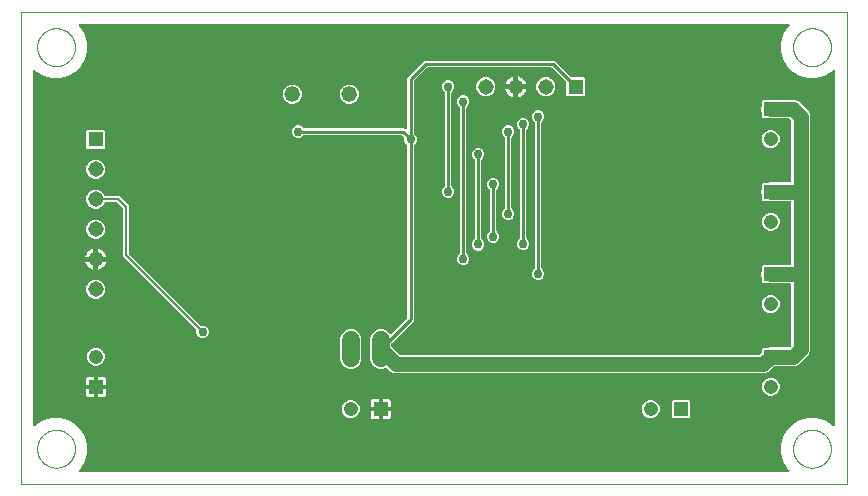
<source format=gbl>
G04 EAGLE Gerber RS-274X export*
G75*
%MOMM*%
%FSLAX34Y34*%
%LPD*%
%INBottom layer*%
%IPPOS*%
%AMOC8*
5,1,8,0,0,1.08239X$1,22.5*%
G01*
%ADD10C,0.000000*%
%ADD11R,1.208000X1.208000*%
%ADD12C,1.208000*%
%ADD13C,1.308000*%
%ADD14R,1.308000X1.308000*%
%ADD15C,1.320800*%
%ADD16C,1.524000*%
%ADD17C,0.756400*%
%ADD18C,0.254000*%
%ADD19C,1.270000*%
%ADD20C,0.203200*%

G36*
X649916Y10178D02*
X649916Y10178D01*
X650055Y10191D01*
X650074Y10198D01*
X650094Y10201D01*
X650223Y10252D01*
X650354Y10299D01*
X650371Y10310D01*
X650389Y10318D01*
X650502Y10399D01*
X650617Y10477D01*
X650630Y10493D01*
X650647Y10504D01*
X650736Y10612D01*
X650827Y10716D01*
X650837Y10734D01*
X650850Y10749D01*
X650909Y10875D01*
X650972Y10999D01*
X650976Y11019D01*
X650985Y11037D01*
X651011Y11174D01*
X651042Y11309D01*
X651041Y11330D01*
X651045Y11349D01*
X651036Y11488D01*
X651032Y11627D01*
X651026Y11647D01*
X651025Y11667D01*
X650982Y11799D01*
X650944Y11933D01*
X650933Y11950D01*
X650927Y11969D01*
X650852Y12087D01*
X650782Y12207D01*
X650764Y12228D01*
X650757Y12238D01*
X650742Y12252D01*
X650676Y12327D01*
X649066Y13937D01*
X645622Y19902D01*
X643839Y26556D01*
X643839Y33444D01*
X645622Y40098D01*
X649066Y46063D01*
X653937Y50934D01*
X659902Y54378D01*
X666556Y56161D01*
X673444Y56161D01*
X680098Y54378D01*
X686063Y50934D01*
X687673Y49324D01*
X687782Y49239D01*
X687889Y49150D01*
X687908Y49142D01*
X687924Y49129D01*
X688052Y49074D01*
X688177Y49015D01*
X688197Y49011D01*
X688216Y49003D01*
X688354Y48981D01*
X688490Y48955D01*
X688510Y48956D01*
X688530Y48953D01*
X688669Y48966D01*
X688807Y48975D01*
X688826Y48981D01*
X688846Y48983D01*
X688978Y49030D01*
X689109Y49073D01*
X689127Y49084D01*
X689146Y49091D01*
X689261Y49169D01*
X689378Y49243D01*
X689392Y49258D01*
X689409Y49269D01*
X689501Y49373D01*
X689596Y49475D01*
X689606Y49492D01*
X689619Y49508D01*
X689683Y49632D01*
X689750Y49753D01*
X689755Y49773D01*
X689764Y49791D01*
X689794Y49927D01*
X689829Y50061D01*
X689831Y50089D01*
X689834Y50101D01*
X689833Y50122D01*
X689839Y50222D01*
X689839Y349778D01*
X689822Y349916D01*
X689809Y350055D01*
X689802Y350074D01*
X689799Y350094D01*
X689748Y350223D01*
X689701Y350354D01*
X689690Y350371D01*
X689682Y350389D01*
X689601Y350502D01*
X689523Y350617D01*
X689507Y350630D01*
X689496Y350647D01*
X689388Y350736D01*
X689284Y350827D01*
X689266Y350837D01*
X689251Y350850D01*
X689125Y350909D01*
X689001Y350972D01*
X688981Y350976D01*
X688963Y350985D01*
X688826Y351011D01*
X688691Y351042D01*
X688670Y351041D01*
X688651Y351045D01*
X688512Y351036D01*
X688373Y351032D01*
X688353Y351026D01*
X688333Y351025D01*
X688201Y350982D01*
X688067Y350944D01*
X688050Y350933D01*
X688031Y350927D01*
X687913Y350852D01*
X687793Y350782D01*
X687772Y350764D01*
X687762Y350757D01*
X687748Y350742D01*
X687673Y350676D01*
X686063Y349066D01*
X680098Y345622D01*
X673444Y343839D01*
X666556Y343839D01*
X659902Y345622D01*
X653937Y349066D01*
X649066Y353937D01*
X645622Y359902D01*
X643839Y366556D01*
X643839Y373444D01*
X645622Y380098D01*
X649066Y386063D01*
X650676Y387673D01*
X650761Y387782D01*
X650850Y387889D01*
X650858Y387908D01*
X650871Y387924D01*
X650926Y388052D01*
X650985Y388177D01*
X650989Y388197D01*
X650997Y388216D01*
X651019Y388354D01*
X651045Y388490D01*
X651044Y388510D01*
X651047Y388530D01*
X651034Y388669D01*
X651025Y388807D01*
X651019Y388826D01*
X651017Y388846D01*
X650970Y388978D01*
X650927Y389109D01*
X650916Y389127D01*
X650909Y389146D01*
X650831Y389261D01*
X650757Y389378D01*
X650742Y389392D01*
X650731Y389409D01*
X650627Y389501D01*
X650525Y389596D01*
X650508Y389606D01*
X650492Y389619D01*
X650368Y389683D01*
X650247Y389750D01*
X650227Y389755D01*
X650209Y389764D01*
X650073Y389794D01*
X649939Y389829D01*
X649911Y389831D01*
X649899Y389834D01*
X649878Y389833D01*
X649778Y389839D01*
X50222Y389839D01*
X50084Y389822D01*
X49945Y389809D01*
X49926Y389802D01*
X49906Y389799D01*
X49777Y389748D01*
X49646Y389701D01*
X49629Y389690D01*
X49611Y389682D01*
X49498Y389601D01*
X49383Y389523D01*
X49370Y389507D01*
X49353Y389496D01*
X49264Y389388D01*
X49173Y389284D01*
X49163Y389266D01*
X49150Y389251D01*
X49091Y389125D01*
X49028Y389001D01*
X49024Y388981D01*
X49015Y388963D01*
X48989Y388826D01*
X48958Y388691D01*
X48959Y388670D01*
X48955Y388651D01*
X48964Y388512D01*
X48968Y388373D01*
X48974Y388353D01*
X48975Y388333D01*
X49018Y388201D01*
X49056Y388067D01*
X49067Y388050D01*
X49073Y388031D01*
X49148Y387913D01*
X49218Y387793D01*
X49236Y387772D01*
X49243Y387762D01*
X49258Y387748D01*
X49324Y387673D01*
X50934Y386063D01*
X54378Y380098D01*
X56161Y373444D01*
X56161Y366556D01*
X54378Y359902D01*
X50934Y353937D01*
X46063Y349066D01*
X40098Y345622D01*
X33444Y343839D01*
X26556Y343839D01*
X19902Y345622D01*
X13937Y349066D01*
X12327Y350676D01*
X12218Y350761D01*
X12111Y350850D01*
X12092Y350858D01*
X12076Y350871D01*
X11948Y350926D01*
X11823Y350985D01*
X11803Y350989D01*
X11784Y350997D01*
X11646Y351019D01*
X11510Y351045D01*
X11490Y351044D01*
X11470Y351047D01*
X11331Y351034D01*
X11193Y351025D01*
X11174Y351019D01*
X11154Y351017D01*
X11022Y350970D01*
X10891Y350927D01*
X10873Y350916D01*
X10854Y350909D01*
X10739Y350831D01*
X10622Y350757D01*
X10608Y350742D01*
X10591Y350731D01*
X10499Y350627D01*
X10404Y350525D01*
X10394Y350508D01*
X10381Y350492D01*
X10317Y350368D01*
X10250Y350247D01*
X10245Y350227D01*
X10236Y350209D01*
X10206Y350073D01*
X10171Y349939D01*
X10169Y349911D01*
X10166Y349899D01*
X10167Y349878D01*
X10161Y349778D01*
X10161Y50222D01*
X10178Y50084D01*
X10191Y49945D01*
X10198Y49926D01*
X10201Y49906D01*
X10252Y49777D01*
X10299Y49646D01*
X10310Y49629D01*
X10318Y49611D01*
X10399Y49498D01*
X10477Y49383D01*
X10493Y49370D01*
X10504Y49353D01*
X10612Y49264D01*
X10716Y49173D01*
X10734Y49163D01*
X10749Y49150D01*
X10875Y49091D01*
X10999Y49028D01*
X11019Y49024D01*
X11037Y49015D01*
X11174Y48989D01*
X11309Y48958D01*
X11330Y48959D01*
X11349Y48955D01*
X11488Y48964D01*
X11627Y48968D01*
X11647Y48974D01*
X11667Y48975D01*
X11799Y49018D01*
X11933Y49056D01*
X11950Y49067D01*
X11969Y49073D01*
X12087Y49148D01*
X12207Y49218D01*
X12228Y49236D01*
X12238Y49243D01*
X12252Y49258D01*
X12327Y49324D01*
X13937Y50934D01*
X19902Y54378D01*
X26556Y56161D01*
X33444Y56161D01*
X40098Y54378D01*
X46063Y50934D01*
X50934Y46063D01*
X54378Y40098D01*
X56161Y33444D01*
X56161Y26556D01*
X54378Y19902D01*
X50934Y13937D01*
X49324Y12327D01*
X49239Y12218D01*
X49150Y12111D01*
X49142Y12092D01*
X49129Y12076D01*
X49074Y11948D01*
X49015Y11823D01*
X49011Y11803D01*
X49003Y11784D01*
X48981Y11646D01*
X48955Y11510D01*
X48956Y11490D01*
X48953Y11470D01*
X48966Y11331D01*
X48975Y11193D01*
X48981Y11174D01*
X48983Y11154D01*
X49030Y11022D01*
X49073Y10891D01*
X49084Y10873D01*
X49091Y10854D01*
X49169Y10739D01*
X49243Y10622D01*
X49258Y10608D01*
X49269Y10591D01*
X49373Y10499D01*
X49475Y10404D01*
X49492Y10394D01*
X49508Y10381D01*
X49632Y10317D01*
X49753Y10250D01*
X49773Y10245D01*
X49791Y10236D01*
X49927Y10206D01*
X50061Y10171D01*
X50089Y10169D01*
X50101Y10166D01*
X50122Y10167D01*
X50222Y10161D01*
X649778Y10161D01*
X649916Y10178D01*
G37*
%LPC*%
G36*
X315934Y93725D02*
X315934Y93725D01*
X313039Y94924D01*
X309912Y98051D01*
X309889Y98069D01*
X309870Y98092D01*
X309764Y98166D01*
X309661Y98246D01*
X309634Y98258D01*
X309610Y98275D01*
X309488Y98321D01*
X309369Y98373D01*
X309340Y98377D01*
X309312Y98388D01*
X309183Y98402D01*
X309055Y98422D01*
X309026Y98420D01*
X308996Y98423D01*
X308868Y98405D01*
X308738Y98393D01*
X308711Y98383D01*
X308681Y98378D01*
X308529Y98326D01*
X306619Y97535D01*
X302981Y97535D01*
X299620Y98927D01*
X297047Y101500D01*
X295655Y104861D01*
X295655Y123739D01*
X297047Y127100D01*
X299620Y129673D01*
X302981Y131065D01*
X306619Y131065D01*
X309980Y129673D01*
X312203Y127450D01*
X312297Y127377D01*
X312386Y127298D01*
X312422Y127280D01*
X312454Y127255D01*
X312563Y127208D01*
X312669Y127154D01*
X312709Y127145D01*
X312746Y127129D01*
X312863Y127110D01*
X312979Y127084D01*
X313020Y127085D01*
X313060Y127079D01*
X313178Y127090D01*
X313297Y127094D01*
X313336Y127105D01*
X313376Y127109D01*
X313489Y127149D01*
X313603Y127182D01*
X313638Y127203D01*
X313676Y127216D01*
X313774Y127283D01*
X313877Y127344D01*
X313922Y127383D01*
X313939Y127395D01*
X313952Y127410D01*
X313998Y127450D01*
X327034Y140486D01*
X327094Y140564D01*
X327162Y140636D01*
X327191Y140689D01*
X327228Y140737D01*
X327268Y140828D01*
X327316Y140915D01*
X327331Y140973D01*
X327355Y141029D01*
X327370Y141127D01*
X327395Y141223D01*
X327401Y141323D01*
X327405Y141343D01*
X327403Y141355D01*
X327405Y141383D01*
X327405Y286638D01*
X327393Y286736D01*
X327390Y286835D01*
X327373Y286894D01*
X327365Y286954D01*
X327329Y287046D01*
X327301Y287141D01*
X327271Y287193D01*
X327248Y287249D01*
X327190Y287329D01*
X327140Y287415D01*
X327074Y287490D01*
X327062Y287507D01*
X327052Y287514D01*
X327034Y287536D01*
X325701Y288868D01*
X324893Y290818D01*
X324893Y292703D01*
X324881Y292801D01*
X324878Y292900D01*
X324861Y292958D01*
X324853Y293018D01*
X324817Y293110D01*
X324789Y293205D01*
X324759Y293258D01*
X324736Y293314D01*
X324678Y293394D01*
X324628Y293479D01*
X324562Y293555D01*
X324550Y293571D01*
X324540Y293579D01*
X324522Y293600D01*
X322838Y295284D01*
X322760Y295344D01*
X322688Y295412D01*
X322635Y295441D01*
X322587Y295478D01*
X322496Y295518D01*
X322409Y295566D01*
X322351Y295581D01*
X322295Y295605D01*
X322197Y295620D01*
X322101Y295645D01*
X322001Y295651D01*
X321981Y295655D01*
X321969Y295653D01*
X321941Y295655D01*
X240186Y295655D01*
X240088Y295643D01*
X239989Y295640D01*
X239930Y295623D01*
X239870Y295615D01*
X239778Y295579D01*
X239683Y295551D01*
X239631Y295521D01*
X239575Y295498D01*
X239495Y295440D01*
X239409Y295390D01*
X239334Y295324D01*
X239317Y295312D01*
X239310Y295302D01*
X239288Y295284D01*
X237956Y293951D01*
X236006Y293143D01*
X233894Y293143D01*
X231944Y293951D01*
X230451Y295444D01*
X229643Y297394D01*
X229643Y299506D01*
X230451Y301456D01*
X231944Y302949D01*
X233894Y303757D01*
X236006Y303757D01*
X237956Y302949D01*
X239288Y301616D01*
X239367Y301556D01*
X239439Y301488D01*
X239492Y301459D01*
X239540Y301422D01*
X239631Y301382D01*
X239717Y301334D01*
X239776Y301319D01*
X239832Y301295D01*
X239929Y301280D01*
X240025Y301255D01*
X240125Y301249D01*
X240146Y301245D01*
X240158Y301247D01*
X240186Y301245D01*
X324782Y301245D01*
X325239Y300788D01*
X325348Y300703D01*
X325455Y300614D01*
X325474Y300605D01*
X325490Y300593D01*
X325618Y300538D01*
X325743Y300478D01*
X325763Y300475D01*
X325782Y300467D01*
X325920Y300445D01*
X326056Y300419D01*
X326076Y300420D01*
X326096Y300417D01*
X326235Y300430D01*
X326373Y300438D01*
X326392Y300445D01*
X326412Y300446D01*
X326543Y300494D01*
X326675Y300536D01*
X326693Y300547D01*
X326712Y300554D01*
X326826Y300632D01*
X326944Y300707D01*
X326958Y300721D01*
X326975Y300733D01*
X327067Y300837D01*
X327162Y300938D01*
X327172Y300956D01*
X327185Y300971D01*
X327248Y301095D01*
X327316Y301217D01*
X327321Y301236D01*
X327330Y301254D01*
X327360Y301390D01*
X327395Y301525D01*
X327397Y301553D01*
X327400Y301565D01*
X327399Y301585D01*
X327405Y301685D01*
X327405Y344058D01*
X341742Y358395D01*
X452008Y358395D01*
X465416Y344986D01*
X465494Y344926D01*
X465566Y344858D01*
X465619Y344829D01*
X465667Y344792D01*
X465758Y344752D01*
X465845Y344704D01*
X465903Y344689D01*
X465959Y344665D01*
X466057Y344650D01*
X466153Y344625D01*
X466253Y344619D01*
X466273Y344615D01*
X466285Y344617D01*
X466313Y344615D01*
X477072Y344615D01*
X477965Y343722D01*
X477965Y329378D01*
X477072Y328485D01*
X462728Y328485D01*
X461835Y329378D01*
X461835Y340137D01*
X461823Y340235D01*
X461820Y340334D01*
X461803Y340392D01*
X461795Y340452D01*
X461759Y340544D01*
X461731Y340639D01*
X461701Y340692D01*
X461678Y340748D01*
X461620Y340828D01*
X461570Y340913D01*
X461504Y340989D01*
X461492Y341005D01*
X461482Y341013D01*
X461464Y341034D01*
X450064Y352434D01*
X449986Y352494D01*
X449914Y352562D01*
X449861Y352591D01*
X449813Y352628D01*
X449722Y352668D01*
X449635Y352716D01*
X449577Y352731D01*
X449521Y352755D01*
X449423Y352770D01*
X449327Y352795D01*
X449227Y352801D01*
X449207Y352805D01*
X449195Y352803D01*
X449167Y352805D01*
X344583Y352805D01*
X344485Y352793D01*
X344386Y352790D01*
X344328Y352773D01*
X344268Y352765D01*
X344176Y352729D01*
X344081Y352701D01*
X344028Y352671D01*
X343972Y352648D01*
X343892Y352590D01*
X343807Y352540D01*
X343731Y352474D01*
X343715Y352462D01*
X343707Y352452D01*
X343686Y352434D01*
X333366Y342114D01*
X333306Y342036D01*
X333238Y341964D01*
X333209Y341911D01*
X333172Y341863D01*
X333132Y341772D01*
X333084Y341685D01*
X333069Y341627D01*
X333045Y341571D01*
X333030Y341473D01*
X333005Y341377D01*
X332999Y341277D01*
X332995Y341257D01*
X332997Y341245D01*
X332995Y341217D01*
X332995Y297110D01*
X333007Y297012D01*
X333010Y296913D01*
X333027Y296854D01*
X333035Y296794D01*
X333071Y296702D01*
X333099Y296607D01*
X333129Y296555D01*
X333152Y296499D01*
X333210Y296419D01*
X333260Y296333D01*
X333326Y296258D01*
X333338Y296241D01*
X333348Y296234D01*
X333366Y296212D01*
X334699Y294880D01*
X335507Y292930D01*
X335507Y290818D01*
X334699Y288868D01*
X333366Y287536D01*
X333306Y287457D01*
X333238Y287385D01*
X333209Y287332D01*
X333172Y287284D01*
X333132Y287193D01*
X333084Y287107D01*
X333069Y287048D01*
X333045Y286992D01*
X333030Y286895D01*
X333005Y286799D01*
X332999Y286699D01*
X332995Y286678D01*
X332997Y286666D01*
X332995Y286638D01*
X332995Y138542D01*
X314316Y119864D01*
X314256Y119786D01*
X314188Y119714D01*
X314159Y119661D01*
X314122Y119613D01*
X314082Y119522D01*
X314034Y119435D01*
X314019Y119377D01*
X313995Y119321D01*
X313980Y119223D01*
X313955Y119127D01*
X313949Y119027D01*
X313945Y119007D01*
X313947Y118995D01*
X313945Y118967D01*
X313945Y116818D01*
X313957Y116719D01*
X313960Y116620D01*
X313977Y116562D01*
X313985Y116502D01*
X314021Y116410D01*
X314049Y116315D01*
X314079Y116263D01*
X314102Y116206D01*
X314160Y116126D01*
X314210Y116041D01*
X314276Y115966D01*
X314288Y115949D01*
X314298Y115941D01*
X314316Y115920D01*
X320390Y109846D01*
X320468Y109786D01*
X320540Y109718D01*
X320593Y109689D01*
X320641Y109652D01*
X320732Y109612D01*
X320819Y109564D01*
X320878Y109549D01*
X320933Y109525D01*
X321031Y109510D01*
X321127Y109485D01*
X321227Y109479D01*
X321247Y109475D01*
X321260Y109477D01*
X321288Y109475D01*
X624862Y109475D01*
X624961Y109487D01*
X625060Y109490D01*
X625118Y109507D01*
X625178Y109515D01*
X625270Y109551D01*
X625365Y109579D01*
X625417Y109609D01*
X625474Y109632D01*
X625554Y109690D01*
X625639Y109740D01*
X625714Y109806D01*
X625731Y109818D01*
X625739Y109828D01*
X625760Y109846D01*
X627064Y111150D01*
X627124Y111228D01*
X627192Y111300D01*
X627221Y111353D01*
X627258Y111401D01*
X627298Y111492D01*
X627346Y111579D01*
X627361Y111638D01*
X627385Y111693D01*
X627400Y111791D01*
X627425Y111887D01*
X627431Y111987D01*
X627435Y112007D01*
X627433Y112020D01*
X627435Y112048D01*
X627435Y114622D01*
X628328Y115515D01*
X632433Y115515D01*
X632442Y115516D01*
X632451Y115515D01*
X632600Y115536D01*
X632748Y115555D01*
X632757Y115558D01*
X632766Y115559D01*
X632918Y115611D01*
X633434Y115825D01*
X650262Y115825D01*
X650361Y115837D01*
X650460Y115840D01*
X650518Y115857D01*
X650578Y115865D01*
X650670Y115901D01*
X650765Y115929D01*
X650817Y115959D01*
X650874Y115982D01*
X650954Y116040D01*
X651039Y116090D01*
X651114Y116156D01*
X651131Y116168D01*
X651139Y116178D01*
X651160Y116196D01*
X652154Y117190D01*
X652214Y117268D01*
X652282Y117340D01*
X652311Y117393D01*
X652348Y117441D01*
X652388Y117532D01*
X652436Y117619D01*
X652451Y117678D01*
X652475Y117733D01*
X652490Y117831D01*
X652515Y117927D01*
X652521Y118027D01*
X652525Y118047D01*
X652523Y118060D01*
X652525Y118088D01*
X652525Y168656D01*
X652510Y168774D01*
X652503Y168893D01*
X652490Y168931D01*
X652485Y168972D01*
X652442Y169082D01*
X652405Y169195D01*
X652383Y169230D01*
X652368Y169267D01*
X652299Y169363D01*
X652235Y169464D01*
X652205Y169492D01*
X652182Y169525D01*
X652090Y169601D01*
X652003Y169682D01*
X651968Y169702D01*
X651937Y169727D01*
X651829Y169778D01*
X651725Y169836D01*
X651685Y169846D01*
X651649Y169863D01*
X651532Y169885D01*
X651417Y169915D01*
X651357Y169919D01*
X651337Y169923D01*
X651316Y169921D01*
X651256Y169925D01*
X633434Y169925D01*
X632919Y170139D01*
X632910Y170141D01*
X632901Y170146D01*
X632757Y170183D01*
X632612Y170223D01*
X632602Y170223D01*
X632593Y170225D01*
X632433Y170235D01*
X628328Y170235D01*
X627435Y171128D01*
X627435Y175233D01*
X627434Y175242D01*
X627435Y175251D01*
X627414Y175400D01*
X627395Y175548D01*
X627392Y175557D01*
X627391Y175566D01*
X627339Y175719D01*
X627125Y176234D01*
X627125Y179366D01*
X627339Y179881D01*
X627341Y179890D01*
X627346Y179899D01*
X627383Y180043D01*
X627423Y180188D01*
X627423Y180198D01*
X627425Y180207D01*
X627435Y180367D01*
X627435Y184472D01*
X628328Y185365D01*
X632433Y185365D01*
X632442Y185366D01*
X632451Y185365D01*
X632600Y185386D01*
X632748Y185405D01*
X632757Y185408D01*
X632766Y185409D01*
X632919Y185461D01*
X633434Y185675D01*
X651256Y185675D01*
X651374Y185690D01*
X651493Y185697D01*
X651531Y185710D01*
X651572Y185715D01*
X651682Y185758D01*
X651795Y185795D01*
X651830Y185817D01*
X651867Y185832D01*
X651963Y185901D01*
X652064Y185965D01*
X652092Y185995D01*
X652125Y186018D01*
X652201Y186110D01*
X652282Y186197D01*
X652302Y186232D01*
X652327Y186263D01*
X652378Y186371D01*
X652436Y186475D01*
X652446Y186515D01*
X652463Y186551D01*
X652485Y186668D01*
X652515Y186783D01*
X652519Y186843D01*
X652523Y186863D01*
X652521Y186884D01*
X652525Y186944D01*
X652525Y238506D01*
X652510Y238624D01*
X652503Y238743D01*
X652490Y238781D01*
X652485Y238822D01*
X652442Y238932D01*
X652405Y239045D01*
X652383Y239080D01*
X652368Y239117D01*
X652299Y239213D01*
X652235Y239314D01*
X652205Y239342D01*
X652182Y239375D01*
X652090Y239451D01*
X652003Y239532D01*
X651968Y239552D01*
X651937Y239577D01*
X651829Y239628D01*
X651725Y239686D01*
X651685Y239696D01*
X651649Y239713D01*
X651532Y239735D01*
X651417Y239765D01*
X651357Y239769D01*
X651337Y239773D01*
X651316Y239771D01*
X651256Y239775D01*
X633434Y239775D01*
X632918Y239989D01*
X632910Y239991D01*
X632901Y239996D01*
X632756Y240033D01*
X632612Y240073D01*
X632602Y240073D01*
X632593Y240075D01*
X632433Y240085D01*
X628328Y240085D01*
X627435Y240978D01*
X627435Y245083D01*
X627434Y245092D01*
X627435Y245101D01*
X627414Y245250D01*
X627395Y245398D01*
X627392Y245407D01*
X627391Y245416D01*
X627339Y245568D01*
X627125Y246084D01*
X627125Y249216D01*
X627339Y249732D01*
X627341Y249740D01*
X627346Y249749D01*
X627383Y249894D01*
X627423Y250038D01*
X627423Y250048D01*
X627425Y250057D01*
X627435Y250217D01*
X627435Y254322D01*
X628328Y255215D01*
X632433Y255215D01*
X632442Y255216D01*
X632451Y255215D01*
X632600Y255236D01*
X632748Y255255D01*
X632757Y255258D01*
X632766Y255259D01*
X632918Y255311D01*
X633434Y255525D01*
X651256Y255525D01*
X651374Y255540D01*
X651493Y255547D01*
X651531Y255560D01*
X651572Y255565D01*
X651682Y255608D01*
X651795Y255645D01*
X651830Y255667D01*
X651867Y255682D01*
X651963Y255751D01*
X652064Y255815D01*
X652092Y255845D01*
X652125Y255868D01*
X652201Y255960D01*
X652282Y256047D01*
X652302Y256082D01*
X652327Y256113D01*
X652378Y256221D01*
X652436Y256325D01*
X652446Y256365D01*
X652463Y256401D01*
X652485Y256518D01*
X652515Y256633D01*
X652519Y256693D01*
X652523Y256713D01*
X652521Y256734D01*
X652525Y256794D01*
X652525Y307362D01*
X652513Y307461D01*
X652510Y307560D01*
X652493Y307618D01*
X652485Y307678D01*
X652449Y307770D01*
X652421Y307865D01*
X652391Y307917D01*
X652368Y307974D01*
X652310Y308054D01*
X652260Y308139D01*
X652194Y308214D01*
X652182Y308231D01*
X652172Y308239D01*
X652154Y308260D01*
X651160Y309254D01*
X651082Y309314D01*
X651010Y309382D01*
X650957Y309411D01*
X650909Y309448D01*
X650818Y309488D01*
X650731Y309536D01*
X650672Y309551D01*
X650617Y309575D01*
X650519Y309590D01*
X650423Y309615D01*
X650323Y309621D01*
X650303Y309625D01*
X650290Y309623D01*
X650262Y309625D01*
X633434Y309625D01*
X632918Y309839D01*
X632910Y309841D01*
X632901Y309846D01*
X632756Y309883D01*
X632612Y309923D01*
X632602Y309923D01*
X632593Y309925D01*
X632433Y309935D01*
X628328Y309935D01*
X627435Y310828D01*
X627435Y314933D01*
X627434Y314942D01*
X627435Y314951D01*
X627414Y315100D01*
X627395Y315248D01*
X627392Y315257D01*
X627391Y315266D01*
X627339Y315418D01*
X627125Y315934D01*
X627125Y319066D01*
X627339Y319582D01*
X627341Y319590D01*
X627346Y319599D01*
X627383Y319744D01*
X627423Y319888D01*
X627423Y319898D01*
X627425Y319907D01*
X627435Y320067D01*
X627435Y324172D01*
X628328Y325065D01*
X632433Y325065D01*
X632442Y325066D01*
X632451Y325065D01*
X632600Y325086D01*
X632748Y325105D01*
X632757Y325108D01*
X632766Y325109D01*
X632918Y325161D01*
X633434Y325375D01*
X655616Y325375D01*
X658511Y324176D01*
X667076Y315611D01*
X668275Y312716D01*
X668275Y112734D01*
X667076Y109839D01*
X658511Y101274D01*
X655616Y100075D01*
X638788Y100075D01*
X638689Y100063D01*
X638590Y100060D01*
X638532Y100043D01*
X638472Y100035D01*
X638380Y99999D01*
X638285Y99971D01*
X638233Y99941D01*
X638176Y99918D01*
X638096Y99860D01*
X638011Y99810D01*
X637936Y99744D01*
X637919Y99732D01*
X637911Y99722D01*
X637890Y99704D01*
X633111Y94924D01*
X630216Y93725D01*
X315934Y93725D01*
G37*
%LPD*%
%LPC*%
G36*
X152920Y123587D02*
X152920Y123587D01*
X150970Y124395D01*
X149477Y125888D01*
X148669Y127838D01*
X148669Y130082D01*
X148657Y130180D01*
X148654Y130279D01*
X148637Y130337D01*
X148629Y130397D01*
X148593Y130489D01*
X148565Y130585D01*
X148535Y130637D01*
X148512Y130693D01*
X148454Y130773D01*
X148404Y130859D01*
X148338Y130934D01*
X148326Y130950D01*
X148316Y130958D01*
X148298Y130979D01*
X86359Y192918D01*
X86359Y233372D01*
X86347Y233470D01*
X86344Y233569D01*
X86327Y233627D01*
X86319Y233687D01*
X86283Y233779D01*
X86255Y233875D01*
X86225Y233927D01*
X86202Y233983D01*
X86144Y234063D01*
X86094Y234148D01*
X86028Y234224D01*
X86016Y234240D01*
X86006Y234248D01*
X85988Y234269D01*
X81869Y238388D01*
X81791Y238448D01*
X81719Y238516D01*
X81666Y238545D01*
X81618Y238582D01*
X81527Y238622D01*
X81440Y238670D01*
X81382Y238685D01*
X81326Y238709D01*
X81228Y238724D01*
X81133Y238749D01*
X81032Y238755D01*
X81012Y238759D01*
X81000Y238757D01*
X80972Y238759D01*
X72025Y238759D01*
X71996Y238756D01*
X71966Y238758D01*
X71838Y238736D01*
X71709Y238719D01*
X71682Y238709D01*
X71653Y238704D01*
X71534Y238650D01*
X71414Y238602D01*
X71390Y238585D01*
X71363Y238573D01*
X71261Y238492D01*
X71156Y238416D01*
X71137Y238393D01*
X71114Y238374D01*
X71036Y238271D01*
X70954Y238171D01*
X70941Y238144D01*
X70923Y238120D01*
X70852Y237976D01*
X70337Y236732D01*
X68068Y234463D01*
X65104Y233235D01*
X61896Y233235D01*
X58932Y234463D01*
X56663Y236732D01*
X55435Y239696D01*
X55435Y242904D01*
X56663Y245868D01*
X58932Y248137D01*
X61896Y249365D01*
X65104Y249365D01*
X68068Y248137D01*
X70337Y245868D01*
X70852Y244624D01*
X70867Y244599D01*
X70876Y244571D01*
X70945Y244461D01*
X71010Y244348D01*
X71030Y244327D01*
X71046Y244302D01*
X71141Y244213D01*
X71231Y244120D01*
X71256Y244104D01*
X71278Y244084D01*
X71392Y244021D01*
X71502Y243953D01*
X71530Y243945D01*
X71556Y243930D01*
X71682Y243898D01*
X71806Y243860D01*
X71836Y243858D01*
X71864Y243851D01*
X72025Y243841D01*
X83602Y243841D01*
X91441Y236002D01*
X91441Y195548D01*
X91453Y195450D01*
X91456Y195351D01*
X91473Y195293D01*
X91481Y195233D01*
X91517Y195141D01*
X91545Y195045D01*
X91575Y194993D01*
X91598Y194937D01*
X91656Y194857D01*
X91706Y194772D01*
X91772Y194696D01*
X91784Y194680D01*
X91794Y194672D01*
X91812Y194651D01*
X151891Y134573D01*
X151969Y134512D01*
X152041Y134444D01*
X152094Y134415D01*
X152142Y134378D01*
X152233Y134338D01*
X152320Y134290D01*
X152378Y134275D01*
X152434Y134251D01*
X152532Y134236D01*
X152627Y134211D01*
X152728Y134205D01*
X152748Y134201D01*
X152760Y134203D01*
X152788Y134201D01*
X155032Y134201D01*
X156982Y133393D01*
X158475Y131900D01*
X159283Y129950D01*
X159283Y127838D01*
X158475Y125888D01*
X156982Y124395D01*
X155032Y123587D01*
X152920Y123587D01*
G37*
%LPD*%
%LPC*%
G36*
X373594Y185193D02*
X373594Y185193D01*
X371644Y186001D01*
X370151Y187494D01*
X369343Y189444D01*
X369343Y191556D01*
X370151Y193506D01*
X371484Y194838D01*
X371544Y194917D01*
X371612Y194989D01*
X371641Y195042D01*
X371678Y195090D01*
X371718Y195181D01*
X371766Y195267D01*
X371781Y195326D01*
X371805Y195382D01*
X371820Y195479D01*
X371845Y195575D01*
X371851Y195675D01*
X371855Y195696D01*
X371853Y195708D01*
X371855Y195736D01*
X371855Y318614D01*
X371843Y318712D01*
X371840Y318811D01*
X371823Y318870D01*
X371815Y318930D01*
X371779Y319022D01*
X371751Y319117D01*
X371721Y319169D01*
X371698Y319225D01*
X371640Y319305D01*
X371590Y319391D01*
X371524Y319466D01*
X371512Y319483D01*
X371502Y319490D01*
X371484Y319512D01*
X370151Y320844D01*
X369343Y322794D01*
X369343Y324906D01*
X370151Y326856D01*
X371644Y328349D01*
X373594Y329157D01*
X375706Y329157D01*
X377656Y328349D01*
X379149Y326856D01*
X379957Y324906D01*
X379957Y322794D01*
X379149Y320844D01*
X377816Y319512D01*
X377756Y319433D01*
X377688Y319361D01*
X377659Y319308D01*
X377622Y319260D01*
X377582Y319169D01*
X377534Y319083D01*
X377519Y319024D01*
X377495Y318968D01*
X377480Y318871D01*
X377455Y318775D01*
X377449Y318676D01*
X377447Y318669D01*
X377447Y318667D01*
X377445Y318654D01*
X377447Y318642D01*
X377445Y318614D01*
X377445Y195736D01*
X377457Y195638D01*
X377460Y195539D01*
X377477Y195480D01*
X377485Y195420D01*
X377521Y195328D01*
X377549Y195233D01*
X377579Y195181D01*
X377602Y195125D01*
X377660Y195045D01*
X377710Y194959D01*
X377776Y194884D01*
X377788Y194867D01*
X377798Y194860D01*
X377816Y194838D01*
X379149Y193506D01*
X379957Y191556D01*
X379957Y189444D01*
X379149Y187494D01*
X377656Y186001D01*
X375706Y185193D01*
X373594Y185193D01*
G37*
%LPD*%
%LPC*%
G36*
X437094Y172493D02*
X437094Y172493D01*
X435144Y173301D01*
X433651Y174794D01*
X432843Y176744D01*
X432843Y178856D01*
X433651Y180806D01*
X434984Y182138D01*
X435044Y182217D01*
X435112Y182289D01*
X435141Y182342D01*
X435178Y182390D01*
X435218Y182481D01*
X435266Y182567D01*
X435281Y182626D01*
X435305Y182682D01*
X435320Y182779D01*
X435345Y182875D01*
X435351Y182975D01*
X435355Y182996D01*
X435353Y183008D01*
X435355Y183036D01*
X435355Y305914D01*
X435343Y306012D01*
X435340Y306111D01*
X435323Y306170D01*
X435315Y306230D01*
X435279Y306322D01*
X435251Y306417D01*
X435221Y306469D01*
X435198Y306525D01*
X435140Y306605D01*
X435090Y306691D01*
X435024Y306766D01*
X435012Y306783D01*
X435002Y306790D01*
X434984Y306812D01*
X433651Y308144D01*
X432843Y310094D01*
X432843Y312206D01*
X433651Y314156D01*
X435144Y315649D01*
X437094Y316457D01*
X439206Y316457D01*
X441156Y315649D01*
X442649Y314156D01*
X443457Y312206D01*
X443457Y310094D01*
X442649Y308144D01*
X441316Y306812D01*
X441256Y306733D01*
X441188Y306661D01*
X441159Y306608D01*
X441122Y306560D01*
X441082Y306469D01*
X441034Y306383D01*
X441019Y306324D01*
X440995Y306268D01*
X440980Y306171D01*
X440955Y306075D01*
X440949Y305987D01*
X440947Y305976D01*
X440948Y305969D01*
X440945Y305954D01*
X440947Y305942D01*
X440945Y305914D01*
X440945Y183036D01*
X440957Y182938D01*
X440960Y182839D01*
X440977Y182780D01*
X440985Y182720D01*
X441021Y182628D01*
X441049Y182533D01*
X441079Y182481D01*
X441102Y182425D01*
X441160Y182345D01*
X441210Y182259D01*
X441276Y182184D01*
X441288Y182167D01*
X441298Y182160D01*
X441316Y182138D01*
X442649Y180806D01*
X443457Y178856D01*
X443457Y176744D01*
X442649Y174794D01*
X441156Y173301D01*
X439206Y172493D01*
X437094Y172493D01*
G37*
%LPD*%
%LPC*%
G36*
X424394Y197893D02*
X424394Y197893D01*
X422444Y198701D01*
X420951Y200194D01*
X420143Y202144D01*
X420143Y204256D01*
X420951Y206206D01*
X422284Y207538D01*
X422344Y207617D01*
X422412Y207689D01*
X422441Y207742D01*
X422478Y207790D01*
X422518Y207881D01*
X422566Y207967D01*
X422581Y208026D01*
X422605Y208082D01*
X422620Y208179D01*
X422645Y208275D01*
X422651Y208375D01*
X422655Y208396D01*
X422653Y208408D01*
X422655Y208436D01*
X422655Y299564D01*
X422643Y299662D01*
X422640Y299761D01*
X422633Y299785D01*
X422633Y299787D01*
X422629Y299799D01*
X422623Y299820D01*
X422615Y299880D01*
X422579Y299972D01*
X422551Y300067D01*
X422521Y300119D01*
X422498Y300175D01*
X422440Y300255D01*
X422390Y300341D01*
X422324Y300416D01*
X422312Y300433D01*
X422302Y300440D01*
X422284Y300462D01*
X420951Y301794D01*
X420143Y303744D01*
X420143Y305856D01*
X420951Y307806D01*
X422444Y309299D01*
X424394Y310107D01*
X426506Y310107D01*
X428456Y309299D01*
X429949Y307806D01*
X430757Y305856D01*
X430757Y303744D01*
X429949Y301794D01*
X428616Y300462D01*
X428556Y300383D01*
X428488Y300311D01*
X428459Y300258D01*
X428422Y300210D01*
X428382Y300119D01*
X428334Y300033D01*
X428319Y299974D01*
X428295Y299918D01*
X428280Y299821D01*
X428255Y299725D01*
X428250Y299643D01*
X428247Y299630D01*
X428248Y299620D01*
X428245Y299604D01*
X428247Y299592D01*
X428245Y299564D01*
X428245Y208436D01*
X428257Y208338D01*
X428260Y208239D01*
X428277Y208180D01*
X428285Y208120D01*
X428321Y208028D01*
X428349Y207933D01*
X428379Y207881D01*
X428402Y207825D01*
X428460Y207745D01*
X428510Y207659D01*
X428576Y207584D01*
X428588Y207567D01*
X428598Y207560D01*
X428616Y207538D01*
X429949Y206206D01*
X430757Y204256D01*
X430757Y202144D01*
X429949Y200194D01*
X428456Y198701D01*
X426506Y197893D01*
X424394Y197893D01*
G37*
%LPD*%
%LPC*%
G36*
X360894Y242343D02*
X360894Y242343D01*
X358944Y243151D01*
X357451Y244644D01*
X356643Y246594D01*
X356643Y248706D01*
X357451Y250656D01*
X358784Y251988D01*
X358844Y252067D01*
X358912Y252139D01*
X358941Y252192D01*
X358978Y252240D01*
X359018Y252330D01*
X359066Y252417D01*
X359081Y252476D01*
X359105Y252531D01*
X359120Y252629D01*
X359145Y252725D01*
X359151Y252825D01*
X359155Y252846D01*
X359153Y252858D01*
X359155Y252886D01*
X359155Y331314D01*
X359143Y331412D01*
X359140Y331511D01*
X359123Y331570D01*
X359115Y331630D01*
X359079Y331722D01*
X359051Y331817D01*
X359021Y331869D01*
X358998Y331925D01*
X358940Y332005D01*
X358890Y332091D01*
X358824Y332166D01*
X358812Y332183D01*
X358802Y332190D01*
X358784Y332212D01*
X357451Y333544D01*
X356643Y335494D01*
X356643Y337606D01*
X357451Y339556D01*
X358944Y341049D01*
X360894Y341857D01*
X363006Y341857D01*
X364956Y341049D01*
X366449Y339556D01*
X367257Y337606D01*
X367257Y335494D01*
X366449Y333544D01*
X365116Y332212D01*
X365056Y332133D01*
X364988Y332061D01*
X364959Y332008D01*
X364922Y331960D01*
X364882Y331869D01*
X364834Y331783D01*
X364819Y331724D01*
X364795Y331668D01*
X364780Y331571D01*
X364755Y331475D01*
X364749Y331375D01*
X364745Y331354D01*
X364747Y331342D01*
X364745Y331314D01*
X364745Y252886D01*
X364757Y252788D01*
X364760Y252689D01*
X364777Y252630D01*
X364785Y252570D01*
X364821Y252478D01*
X364849Y252383D01*
X364879Y252331D01*
X364902Y252275D01*
X364960Y252194D01*
X365010Y252109D01*
X365076Y252034D01*
X365088Y252017D01*
X365098Y252009D01*
X365116Y251988D01*
X366449Y250656D01*
X367257Y248706D01*
X367257Y246594D01*
X366449Y244644D01*
X364956Y243151D01*
X363006Y242343D01*
X360894Y242343D01*
G37*
%LPD*%
%LPC*%
G36*
X386294Y197667D02*
X386294Y197667D01*
X384344Y198475D01*
X382851Y199968D01*
X382043Y201918D01*
X382043Y204030D01*
X382851Y205980D01*
X384184Y207312D01*
X384244Y207391D01*
X384312Y207463D01*
X384341Y207516D01*
X384378Y207564D01*
X384418Y207655D01*
X384466Y207741D01*
X384481Y207800D01*
X384505Y207856D01*
X384520Y207953D01*
X384545Y208049D01*
X384551Y208149D01*
X384555Y208170D01*
X384553Y208182D01*
X384555Y208210D01*
X384555Y274164D01*
X384543Y274262D01*
X384540Y274361D01*
X384533Y274383D01*
X384532Y274402D01*
X384521Y274437D01*
X384515Y274480D01*
X384479Y274572D01*
X384451Y274667D01*
X384440Y274686D01*
X384434Y274704D01*
X384414Y274737D01*
X384398Y274775D01*
X384340Y274855D01*
X384290Y274941D01*
X384270Y274963D01*
X384264Y274973D01*
X384250Y274986D01*
X384224Y275016D01*
X384212Y275033D01*
X384202Y275040D01*
X384184Y275062D01*
X382851Y276394D01*
X382043Y278344D01*
X382043Y280456D01*
X382851Y282406D01*
X384344Y283899D01*
X386294Y284707D01*
X388406Y284707D01*
X390356Y283899D01*
X391849Y282406D01*
X392657Y280456D01*
X392657Y278344D01*
X391849Y276394D01*
X390516Y275062D01*
X390456Y274983D01*
X390388Y274911D01*
X390368Y274875D01*
X390343Y274845D01*
X390335Y274827D01*
X390322Y274810D01*
X390282Y274719D01*
X390234Y274633D01*
X390224Y274592D01*
X390208Y274558D01*
X390204Y274539D01*
X390195Y274518D01*
X390180Y274421D01*
X390155Y274325D01*
X390151Y274261D01*
X390148Y274245D01*
X390149Y274230D01*
X390149Y274225D01*
X390145Y274204D01*
X390147Y274192D01*
X390145Y274164D01*
X390145Y208210D01*
X390157Y208112D01*
X390160Y208013D01*
X390177Y207954D01*
X390185Y207894D01*
X390221Y207802D01*
X390249Y207707D01*
X390279Y207655D01*
X390302Y207599D01*
X390360Y207519D01*
X390410Y207433D01*
X390476Y207358D01*
X390488Y207341D01*
X390498Y207334D01*
X390516Y207312D01*
X391849Y205980D01*
X392657Y204030D01*
X392657Y201918D01*
X391849Y199968D01*
X390356Y198475D01*
X388406Y197667D01*
X386294Y197667D01*
G37*
%LPD*%
%LPC*%
G36*
X277581Y97535D02*
X277581Y97535D01*
X274220Y98927D01*
X271647Y101500D01*
X270255Y104861D01*
X270255Y123739D01*
X271647Y127100D01*
X274220Y129673D01*
X277581Y131065D01*
X281219Y131065D01*
X284580Y129673D01*
X287153Y127100D01*
X288545Y123739D01*
X288545Y104861D01*
X287153Y101500D01*
X284580Y98927D01*
X281219Y97535D01*
X277581Y97535D01*
G37*
%LPD*%
%LPC*%
G36*
X411694Y223293D02*
X411694Y223293D01*
X409744Y224101D01*
X408251Y225594D01*
X407443Y227544D01*
X407443Y229656D01*
X408251Y231606D01*
X409584Y232938D01*
X409644Y233017D01*
X409712Y233089D01*
X409741Y233142D01*
X409778Y233190D01*
X409818Y233281D01*
X409866Y233367D01*
X409881Y233426D01*
X409905Y233482D01*
X409920Y233579D01*
X409945Y233675D01*
X409951Y233775D01*
X409955Y233796D01*
X409953Y233808D01*
X409955Y233836D01*
X409955Y293214D01*
X409943Y293312D01*
X409940Y293411D01*
X409933Y293434D01*
X409933Y293440D01*
X409923Y293472D01*
X409915Y293530D01*
X409879Y293622D01*
X409851Y293717D01*
X409821Y293769D01*
X409798Y293825D01*
X409740Y293905D01*
X409690Y293991D01*
X409624Y294066D01*
X409612Y294083D01*
X409602Y294090D01*
X409584Y294112D01*
X408251Y295444D01*
X407443Y297394D01*
X407443Y299506D01*
X408251Y301456D01*
X409744Y302949D01*
X411694Y303757D01*
X413806Y303757D01*
X415756Y302949D01*
X417249Y301456D01*
X418057Y299506D01*
X418057Y297394D01*
X417249Y295444D01*
X415916Y294112D01*
X415856Y294033D01*
X415788Y293961D01*
X415759Y293908D01*
X415722Y293860D01*
X415682Y293769D01*
X415634Y293683D01*
X415619Y293624D01*
X415609Y293601D01*
X415607Y293596D01*
X415595Y293568D01*
X415580Y293471D01*
X415555Y293375D01*
X415550Y293299D01*
X415547Y293284D01*
X415548Y293271D01*
X415545Y293254D01*
X415547Y293242D01*
X415545Y293214D01*
X415545Y233836D01*
X415557Y233738D01*
X415560Y233639D01*
X415577Y233580D01*
X415585Y233520D01*
X415621Y233428D01*
X415649Y233333D01*
X415679Y233281D01*
X415702Y233225D01*
X415760Y233145D01*
X415810Y233059D01*
X415876Y232984D01*
X415888Y232967D01*
X415898Y232960D01*
X415916Y232938D01*
X417249Y231606D01*
X418057Y229656D01*
X418057Y227544D01*
X417249Y225594D01*
X415756Y224101D01*
X413806Y223293D01*
X411694Y223293D01*
G37*
%LPD*%
%LPC*%
G36*
X398994Y204243D02*
X398994Y204243D01*
X397044Y205051D01*
X395551Y206544D01*
X394743Y208494D01*
X394743Y210606D01*
X395551Y212556D01*
X396884Y213888D01*
X396944Y213967D01*
X397012Y214039D01*
X397041Y214092D01*
X397078Y214140D01*
X397118Y214231D01*
X397166Y214317D01*
X397181Y214376D01*
X397205Y214432D01*
X397220Y214529D01*
X397245Y214625D01*
X397251Y214725D01*
X397255Y214746D01*
X397253Y214758D01*
X397255Y214786D01*
X397255Y248764D01*
X397243Y248862D01*
X397240Y248961D01*
X397223Y249020D01*
X397215Y249080D01*
X397179Y249172D01*
X397151Y249267D01*
X397121Y249319D01*
X397098Y249375D01*
X397040Y249455D01*
X396990Y249541D01*
X396951Y249585D01*
X396949Y249588D01*
X396945Y249592D01*
X396924Y249616D01*
X396912Y249633D01*
X396902Y249640D01*
X396884Y249662D01*
X395551Y250994D01*
X394743Y252944D01*
X394743Y255056D01*
X395551Y257006D01*
X397044Y258499D01*
X398994Y259307D01*
X401106Y259307D01*
X403056Y258499D01*
X404549Y257006D01*
X405357Y255056D01*
X405357Y252944D01*
X404549Y250994D01*
X403216Y249662D01*
X403156Y249583D01*
X403088Y249511D01*
X403063Y249466D01*
X403058Y249460D01*
X403055Y249453D01*
X403022Y249410D01*
X402982Y249319D01*
X402934Y249233D01*
X402919Y249174D01*
X402895Y249118D01*
X402880Y249021D01*
X402855Y248925D01*
X402849Y248825D01*
X402845Y248804D01*
X402847Y248792D01*
X402845Y248764D01*
X402845Y214786D01*
X402857Y214688D01*
X402860Y214589D01*
X402877Y214530D01*
X402885Y214470D01*
X402921Y214378D01*
X402949Y214283D01*
X402979Y214231D01*
X403002Y214175D01*
X403060Y214095D01*
X403110Y214009D01*
X403176Y213934D01*
X403188Y213917D01*
X403198Y213910D01*
X403216Y213888D01*
X404549Y212556D01*
X405357Y210606D01*
X405357Y208494D01*
X404549Y206544D01*
X403056Y205051D01*
X401106Y204243D01*
X398994Y204243D01*
G37*
%LPD*%
%LPC*%
G36*
X56328Y284035D02*
X56328Y284035D01*
X55435Y284928D01*
X55435Y299272D01*
X56328Y300165D01*
X70672Y300165D01*
X71565Y299272D01*
X71565Y284928D01*
X70672Y284035D01*
X56328Y284035D01*
G37*
%LPD*%
%LPC*%
G36*
X552128Y55935D02*
X552128Y55935D01*
X551235Y56828D01*
X551235Y70172D01*
X552128Y71065D01*
X565472Y71065D01*
X566365Y70172D01*
X566365Y56828D01*
X565472Y55935D01*
X552128Y55935D01*
G37*
%LPD*%
%LPC*%
G36*
X276513Y322071D02*
X276513Y322071D01*
X273525Y323309D01*
X271239Y325595D01*
X270001Y328583D01*
X270001Y331817D01*
X271239Y334805D01*
X273525Y337091D01*
X276513Y338329D01*
X279747Y338329D01*
X282735Y337091D01*
X285021Y334805D01*
X286259Y331817D01*
X286259Y328583D01*
X285021Y325595D01*
X282735Y323309D01*
X279747Y322071D01*
X276513Y322071D01*
G37*
%LPD*%
%LPC*%
G36*
X228253Y322071D02*
X228253Y322071D01*
X225265Y323309D01*
X222979Y325595D01*
X221741Y328583D01*
X221741Y331817D01*
X222979Y334805D01*
X225265Y337091D01*
X228253Y338329D01*
X231487Y338329D01*
X234475Y337091D01*
X236761Y334805D01*
X237999Y331817D01*
X237999Y328583D01*
X236761Y325595D01*
X234475Y323309D01*
X231487Y322071D01*
X228253Y322071D01*
G37*
%LPD*%
%LPC*%
G36*
X442896Y328485D02*
X442896Y328485D01*
X439932Y329713D01*
X437663Y331982D01*
X436435Y334946D01*
X436435Y338154D01*
X437663Y341118D01*
X439932Y343387D01*
X442896Y344615D01*
X446104Y344615D01*
X449068Y343387D01*
X451337Y341118D01*
X452565Y338154D01*
X452565Y334946D01*
X451337Y331982D01*
X449068Y329713D01*
X446104Y328485D01*
X442896Y328485D01*
G37*
%LPD*%
%LPC*%
G36*
X392096Y328485D02*
X392096Y328485D01*
X389132Y329713D01*
X386863Y331982D01*
X385635Y334946D01*
X385635Y338154D01*
X386863Y341118D01*
X389132Y343387D01*
X392096Y344615D01*
X395304Y344615D01*
X398268Y343387D01*
X400537Y341118D01*
X401765Y338154D01*
X401765Y334946D01*
X400537Y331982D01*
X398268Y329713D01*
X395304Y328485D01*
X392096Y328485D01*
G37*
%LPD*%
%LPC*%
G36*
X61896Y157035D02*
X61896Y157035D01*
X58932Y158263D01*
X56663Y160532D01*
X55435Y163496D01*
X55435Y166704D01*
X56663Y169668D01*
X58932Y171937D01*
X61896Y173165D01*
X65104Y173165D01*
X68068Y171937D01*
X70337Y169668D01*
X71565Y166704D01*
X71565Y163496D01*
X70337Y160532D01*
X68068Y158263D01*
X65104Y157035D01*
X61896Y157035D01*
G37*
%LPD*%
%LPC*%
G36*
X61896Y207835D02*
X61896Y207835D01*
X58932Y209063D01*
X56663Y211332D01*
X55435Y214296D01*
X55435Y217504D01*
X56663Y220468D01*
X58932Y222737D01*
X61896Y223965D01*
X65104Y223965D01*
X68068Y222737D01*
X70337Y220468D01*
X71565Y217504D01*
X71565Y214296D01*
X70337Y211332D01*
X68068Y209063D01*
X65104Y207835D01*
X61896Y207835D01*
G37*
%LPD*%
%LPC*%
G36*
X61896Y258635D02*
X61896Y258635D01*
X58932Y259863D01*
X56663Y262132D01*
X55435Y265096D01*
X55435Y268304D01*
X56663Y271268D01*
X58932Y273537D01*
X61896Y274765D01*
X65104Y274765D01*
X68068Y273537D01*
X70337Y271268D01*
X71565Y268304D01*
X71565Y265096D01*
X70337Y262132D01*
X68068Y259863D01*
X65104Y258635D01*
X61896Y258635D01*
G37*
%LPD*%
%LPC*%
G36*
X633495Y284535D02*
X633495Y284535D01*
X630715Y285687D01*
X628587Y287815D01*
X627435Y290595D01*
X627435Y293605D01*
X628587Y296385D01*
X630715Y298513D01*
X633495Y299665D01*
X636505Y299665D01*
X639285Y298513D01*
X641413Y296385D01*
X642565Y293605D01*
X642565Y290595D01*
X641413Y287815D01*
X639285Y285687D01*
X636505Y284535D01*
X633495Y284535D01*
G37*
%LPD*%
%LPC*%
G36*
X633495Y214685D02*
X633495Y214685D01*
X630715Y215837D01*
X628587Y217965D01*
X627435Y220745D01*
X627435Y223755D01*
X628587Y226535D01*
X630715Y228663D01*
X633495Y229815D01*
X636505Y229815D01*
X639285Y228663D01*
X641413Y226535D01*
X642565Y223755D01*
X642565Y220745D01*
X641413Y217965D01*
X639285Y215837D01*
X636505Y214685D01*
X633495Y214685D01*
G37*
%LPD*%
%LPC*%
G36*
X633495Y144835D02*
X633495Y144835D01*
X630715Y145987D01*
X628587Y148115D01*
X627435Y150895D01*
X627435Y153905D01*
X628587Y156685D01*
X630715Y158813D01*
X633495Y159965D01*
X636505Y159965D01*
X639285Y158813D01*
X641413Y156685D01*
X642565Y153905D01*
X642565Y150895D01*
X641413Y148115D01*
X639285Y145987D01*
X636505Y144835D01*
X633495Y144835D01*
G37*
%LPD*%
%LPC*%
G36*
X61995Y100385D02*
X61995Y100385D01*
X59215Y101537D01*
X57087Y103665D01*
X55935Y106445D01*
X55935Y109455D01*
X57087Y112235D01*
X59215Y114363D01*
X61995Y115515D01*
X65005Y115515D01*
X67785Y114363D01*
X69913Y112235D01*
X71065Y109455D01*
X71065Y106445D01*
X69913Y103665D01*
X67785Y101537D01*
X65005Y100385D01*
X61995Y100385D01*
G37*
%LPD*%
%LPC*%
G36*
X633495Y74985D02*
X633495Y74985D01*
X630715Y76137D01*
X628587Y78265D01*
X627435Y81045D01*
X627435Y84055D01*
X628587Y86835D01*
X630715Y88963D01*
X633495Y90115D01*
X636505Y90115D01*
X639285Y88963D01*
X641413Y86835D01*
X642565Y84055D01*
X642565Y81045D01*
X641413Y78265D01*
X639285Y76137D01*
X636505Y74985D01*
X633495Y74985D01*
G37*
%LPD*%
%LPC*%
G36*
X531895Y55935D02*
X531895Y55935D01*
X529115Y57087D01*
X526987Y59215D01*
X525835Y61995D01*
X525835Y65005D01*
X526987Y67785D01*
X529115Y69913D01*
X531895Y71065D01*
X534905Y71065D01*
X537685Y69913D01*
X539813Y67785D01*
X540965Y65005D01*
X540965Y61995D01*
X539813Y59215D01*
X537685Y57087D01*
X534905Y55935D01*
X531895Y55935D01*
G37*
%LPD*%
%LPC*%
G36*
X277895Y55935D02*
X277895Y55935D01*
X275115Y57087D01*
X272987Y59215D01*
X271835Y61995D01*
X271835Y65005D01*
X272987Y67785D01*
X275115Y69913D01*
X277895Y71065D01*
X280905Y71065D01*
X283685Y69913D01*
X285813Y67785D01*
X286965Y65005D01*
X286965Y61995D01*
X285813Y59215D01*
X283685Y57087D01*
X280905Y55935D01*
X277895Y55935D01*
G37*
%LPD*%
%LPC*%
G36*
X65249Y84299D02*
X65249Y84299D01*
X65249Y91131D01*
X69874Y91131D01*
X70521Y90958D01*
X71100Y90623D01*
X71573Y90150D01*
X71908Y89571D01*
X72081Y88924D01*
X72081Y84299D01*
X65249Y84299D01*
G37*
%LPD*%
%LPC*%
G36*
X306549Y65249D02*
X306549Y65249D01*
X306549Y72081D01*
X311174Y72081D01*
X311821Y71908D01*
X312400Y71573D01*
X312873Y71100D01*
X313208Y70521D01*
X313381Y69874D01*
X313381Y65249D01*
X306549Y65249D01*
G37*
%LPD*%
%LPC*%
G36*
X54919Y84299D02*
X54919Y84299D01*
X54919Y88924D01*
X55092Y89571D01*
X55427Y90150D01*
X55900Y90623D01*
X56479Y90958D01*
X57126Y91131D01*
X61751Y91131D01*
X61751Y84299D01*
X54919Y84299D01*
G37*
%LPD*%
%LPC*%
G36*
X65249Y73969D02*
X65249Y73969D01*
X65249Y80801D01*
X72081Y80801D01*
X72081Y76176D01*
X71908Y75529D01*
X71573Y74950D01*
X71100Y74477D01*
X70521Y74142D01*
X69874Y73969D01*
X65249Y73969D01*
G37*
%LPD*%
%LPC*%
G36*
X296219Y65249D02*
X296219Y65249D01*
X296219Y69874D01*
X296392Y70521D01*
X296727Y71100D01*
X297200Y71573D01*
X297779Y71908D01*
X298426Y72081D01*
X303051Y72081D01*
X303051Y65249D01*
X296219Y65249D01*
G37*
%LPD*%
%LPC*%
G36*
X306549Y54919D02*
X306549Y54919D01*
X306549Y61751D01*
X313381Y61751D01*
X313381Y57126D01*
X313208Y56479D01*
X312873Y55900D01*
X312400Y55427D01*
X311821Y55092D01*
X311174Y54919D01*
X306549Y54919D01*
G37*
%LPD*%
%LPC*%
G36*
X57126Y73969D02*
X57126Y73969D01*
X56479Y74142D01*
X55900Y74477D01*
X55427Y74950D01*
X55092Y75529D01*
X54919Y76176D01*
X54919Y80801D01*
X61751Y80801D01*
X61751Y73969D01*
X57126Y73969D01*
G37*
%LPD*%
%LPC*%
G36*
X298426Y54919D02*
X298426Y54919D01*
X297779Y55092D01*
X297200Y55427D01*
X296727Y55900D01*
X296392Y56479D01*
X296219Y57126D01*
X296219Y61751D01*
X303051Y61751D01*
X303051Y54919D01*
X298426Y54919D01*
G37*
%LPD*%
%LPC*%
G36*
X421099Y338549D02*
X421099Y338549D01*
X421099Y345427D01*
X421226Y345407D01*
X422586Y344965D01*
X423859Y344317D01*
X425016Y343476D01*
X426026Y342466D01*
X426867Y341309D01*
X427515Y340036D01*
X427957Y338676D01*
X427977Y338549D01*
X421099Y338549D01*
G37*
%LPD*%
%LPC*%
G36*
X65499Y192499D02*
X65499Y192499D01*
X65499Y199377D01*
X65626Y199357D01*
X66986Y198915D01*
X68259Y198267D01*
X69416Y197426D01*
X70426Y196416D01*
X71267Y195259D01*
X71915Y193986D01*
X72357Y192626D01*
X72377Y192499D01*
X65499Y192499D01*
G37*
%LPD*%
%LPC*%
G36*
X421099Y334551D02*
X421099Y334551D01*
X427977Y334551D01*
X427957Y334424D01*
X427515Y333064D01*
X426867Y331791D01*
X426026Y330634D01*
X425016Y329624D01*
X423859Y328783D01*
X422586Y328135D01*
X421226Y327693D01*
X421099Y327673D01*
X421099Y334551D01*
G37*
%LPD*%
%LPC*%
G36*
X54623Y192499D02*
X54623Y192499D01*
X54643Y192626D01*
X55085Y193986D01*
X55733Y195259D01*
X56574Y196416D01*
X57584Y197426D01*
X58741Y198267D01*
X60014Y198915D01*
X61374Y199357D01*
X61501Y199377D01*
X61501Y192499D01*
X54623Y192499D01*
G37*
%LPD*%
%LPC*%
G36*
X410223Y338549D02*
X410223Y338549D01*
X410243Y338676D01*
X410685Y340036D01*
X411333Y341309D01*
X412174Y342466D01*
X413184Y343476D01*
X414341Y344317D01*
X415614Y344965D01*
X416974Y345407D01*
X417101Y345427D01*
X417101Y338549D01*
X410223Y338549D01*
G37*
%LPD*%
%LPC*%
G36*
X65499Y188501D02*
X65499Y188501D01*
X72377Y188501D01*
X72357Y188374D01*
X71915Y187014D01*
X71267Y185741D01*
X70426Y184584D01*
X69416Y183574D01*
X68259Y182733D01*
X66986Y182085D01*
X65626Y181643D01*
X65499Y181623D01*
X65499Y188501D01*
G37*
%LPD*%
%LPC*%
G36*
X416974Y327693D02*
X416974Y327693D01*
X415614Y328135D01*
X414341Y328783D01*
X413184Y329624D01*
X412174Y330634D01*
X411333Y331791D01*
X410685Y333064D01*
X410243Y334424D01*
X410223Y334551D01*
X417101Y334551D01*
X417101Y327673D01*
X416974Y327693D01*
G37*
%LPD*%
%LPC*%
G36*
X61374Y181643D02*
X61374Y181643D01*
X60014Y182085D01*
X58741Y182733D01*
X57584Y183574D01*
X56574Y184584D01*
X55733Y185741D01*
X55085Y187014D01*
X54643Y188374D01*
X54623Y188501D01*
X61501Y188501D01*
X61501Y181623D01*
X61374Y181643D01*
G37*
%LPD*%
D10*
X0Y0D02*
X700000Y0D01*
X700000Y400000D01*
X0Y400000D01*
X0Y0D01*
X14000Y30000D02*
X14005Y30393D01*
X14019Y30785D01*
X14043Y31177D01*
X14077Y31568D01*
X14120Y31959D01*
X14173Y32348D01*
X14236Y32735D01*
X14307Y33121D01*
X14389Y33506D01*
X14479Y33888D01*
X14580Y34267D01*
X14689Y34645D01*
X14808Y35019D01*
X14935Y35390D01*
X15072Y35758D01*
X15218Y36123D01*
X15373Y36484D01*
X15536Y36841D01*
X15708Y37194D01*
X15889Y37542D01*
X16079Y37886D01*
X16276Y38226D01*
X16482Y38560D01*
X16696Y38889D01*
X16919Y39213D01*
X17149Y39531D01*
X17386Y39844D01*
X17632Y40150D01*
X17885Y40451D01*
X18145Y40745D01*
X18412Y41033D01*
X18686Y41314D01*
X18967Y41588D01*
X19255Y41855D01*
X19549Y42115D01*
X19850Y42368D01*
X20156Y42614D01*
X20469Y42851D01*
X20787Y43081D01*
X21111Y43304D01*
X21440Y43518D01*
X21774Y43724D01*
X22114Y43921D01*
X22458Y44111D01*
X22806Y44292D01*
X23159Y44464D01*
X23516Y44627D01*
X23877Y44782D01*
X24242Y44928D01*
X24610Y45065D01*
X24981Y45192D01*
X25355Y45311D01*
X25733Y45420D01*
X26112Y45521D01*
X26494Y45611D01*
X26879Y45693D01*
X27265Y45764D01*
X27652Y45827D01*
X28041Y45880D01*
X28432Y45923D01*
X28823Y45957D01*
X29215Y45981D01*
X29607Y45995D01*
X30000Y46000D01*
X30393Y45995D01*
X30785Y45981D01*
X31177Y45957D01*
X31568Y45923D01*
X31959Y45880D01*
X32348Y45827D01*
X32735Y45764D01*
X33121Y45693D01*
X33506Y45611D01*
X33888Y45521D01*
X34267Y45420D01*
X34645Y45311D01*
X35019Y45192D01*
X35390Y45065D01*
X35758Y44928D01*
X36123Y44782D01*
X36484Y44627D01*
X36841Y44464D01*
X37194Y44292D01*
X37542Y44111D01*
X37886Y43921D01*
X38226Y43724D01*
X38560Y43518D01*
X38889Y43304D01*
X39213Y43081D01*
X39531Y42851D01*
X39844Y42614D01*
X40150Y42368D01*
X40451Y42115D01*
X40745Y41855D01*
X41033Y41588D01*
X41314Y41314D01*
X41588Y41033D01*
X41855Y40745D01*
X42115Y40451D01*
X42368Y40150D01*
X42614Y39844D01*
X42851Y39531D01*
X43081Y39213D01*
X43304Y38889D01*
X43518Y38560D01*
X43724Y38226D01*
X43921Y37886D01*
X44111Y37542D01*
X44292Y37194D01*
X44464Y36841D01*
X44627Y36484D01*
X44782Y36123D01*
X44928Y35758D01*
X45065Y35390D01*
X45192Y35019D01*
X45311Y34645D01*
X45420Y34267D01*
X45521Y33888D01*
X45611Y33506D01*
X45693Y33121D01*
X45764Y32735D01*
X45827Y32348D01*
X45880Y31959D01*
X45923Y31568D01*
X45957Y31177D01*
X45981Y30785D01*
X45995Y30393D01*
X46000Y30000D01*
X45995Y29607D01*
X45981Y29215D01*
X45957Y28823D01*
X45923Y28432D01*
X45880Y28041D01*
X45827Y27652D01*
X45764Y27265D01*
X45693Y26879D01*
X45611Y26494D01*
X45521Y26112D01*
X45420Y25733D01*
X45311Y25355D01*
X45192Y24981D01*
X45065Y24610D01*
X44928Y24242D01*
X44782Y23877D01*
X44627Y23516D01*
X44464Y23159D01*
X44292Y22806D01*
X44111Y22458D01*
X43921Y22114D01*
X43724Y21774D01*
X43518Y21440D01*
X43304Y21111D01*
X43081Y20787D01*
X42851Y20469D01*
X42614Y20156D01*
X42368Y19850D01*
X42115Y19549D01*
X41855Y19255D01*
X41588Y18967D01*
X41314Y18686D01*
X41033Y18412D01*
X40745Y18145D01*
X40451Y17885D01*
X40150Y17632D01*
X39844Y17386D01*
X39531Y17149D01*
X39213Y16919D01*
X38889Y16696D01*
X38560Y16482D01*
X38226Y16276D01*
X37886Y16079D01*
X37542Y15889D01*
X37194Y15708D01*
X36841Y15536D01*
X36484Y15373D01*
X36123Y15218D01*
X35758Y15072D01*
X35390Y14935D01*
X35019Y14808D01*
X34645Y14689D01*
X34267Y14580D01*
X33888Y14479D01*
X33506Y14389D01*
X33121Y14307D01*
X32735Y14236D01*
X32348Y14173D01*
X31959Y14120D01*
X31568Y14077D01*
X31177Y14043D01*
X30785Y14019D01*
X30393Y14005D01*
X30000Y14000D01*
X29607Y14005D01*
X29215Y14019D01*
X28823Y14043D01*
X28432Y14077D01*
X28041Y14120D01*
X27652Y14173D01*
X27265Y14236D01*
X26879Y14307D01*
X26494Y14389D01*
X26112Y14479D01*
X25733Y14580D01*
X25355Y14689D01*
X24981Y14808D01*
X24610Y14935D01*
X24242Y15072D01*
X23877Y15218D01*
X23516Y15373D01*
X23159Y15536D01*
X22806Y15708D01*
X22458Y15889D01*
X22114Y16079D01*
X21774Y16276D01*
X21440Y16482D01*
X21111Y16696D01*
X20787Y16919D01*
X20469Y17149D01*
X20156Y17386D01*
X19850Y17632D01*
X19549Y17885D01*
X19255Y18145D01*
X18967Y18412D01*
X18686Y18686D01*
X18412Y18967D01*
X18145Y19255D01*
X17885Y19549D01*
X17632Y19850D01*
X17386Y20156D01*
X17149Y20469D01*
X16919Y20787D01*
X16696Y21111D01*
X16482Y21440D01*
X16276Y21774D01*
X16079Y22114D01*
X15889Y22458D01*
X15708Y22806D01*
X15536Y23159D01*
X15373Y23516D01*
X15218Y23877D01*
X15072Y24242D01*
X14935Y24610D01*
X14808Y24981D01*
X14689Y25355D01*
X14580Y25733D01*
X14479Y26112D01*
X14389Y26494D01*
X14307Y26879D01*
X14236Y27265D01*
X14173Y27652D01*
X14120Y28041D01*
X14077Y28432D01*
X14043Y28823D01*
X14019Y29215D01*
X14005Y29607D01*
X14000Y30000D01*
X654000Y30000D02*
X654005Y30393D01*
X654019Y30785D01*
X654043Y31177D01*
X654077Y31568D01*
X654120Y31959D01*
X654173Y32348D01*
X654236Y32735D01*
X654307Y33121D01*
X654389Y33506D01*
X654479Y33888D01*
X654580Y34267D01*
X654689Y34645D01*
X654808Y35019D01*
X654935Y35390D01*
X655072Y35758D01*
X655218Y36123D01*
X655373Y36484D01*
X655536Y36841D01*
X655708Y37194D01*
X655889Y37542D01*
X656079Y37886D01*
X656276Y38226D01*
X656482Y38560D01*
X656696Y38889D01*
X656919Y39213D01*
X657149Y39531D01*
X657386Y39844D01*
X657632Y40150D01*
X657885Y40451D01*
X658145Y40745D01*
X658412Y41033D01*
X658686Y41314D01*
X658967Y41588D01*
X659255Y41855D01*
X659549Y42115D01*
X659850Y42368D01*
X660156Y42614D01*
X660469Y42851D01*
X660787Y43081D01*
X661111Y43304D01*
X661440Y43518D01*
X661774Y43724D01*
X662114Y43921D01*
X662458Y44111D01*
X662806Y44292D01*
X663159Y44464D01*
X663516Y44627D01*
X663877Y44782D01*
X664242Y44928D01*
X664610Y45065D01*
X664981Y45192D01*
X665355Y45311D01*
X665733Y45420D01*
X666112Y45521D01*
X666494Y45611D01*
X666879Y45693D01*
X667265Y45764D01*
X667652Y45827D01*
X668041Y45880D01*
X668432Y45923D01*
X668823Y45957D01*
X669215Y45981D01*
X669607Y45995D01*
X670000Y46000D01*
X670393Y45995D01*
X670785Y45981D01*
X671177Y45957D01*
X671568Y45923D01*
X671959Y45880D01*
X672348Y45827D01*
X672735Y45764D01*
X673121Y45693D01*
X673506Y45611D01*
X673888Y45521D01*
X674267Y45420D01*
X674645Y45311D01*
X675019Y45192D01*
X675390Y45065D01*
X675758Y44928D01*
X676123Y44782D01*
X676484Y44627D01*
X676841Y44464D01*
X677194Y44292D01*
X677542Y44111D01*
X677886Y43921D01*
X678226Y43724D01*
X678560Y43518D01*
X678889Y43304D01*
X679213Y43081D01*
X679531Y42851D01*
X679844Y42614D01*
X680150Y42368D01*
X680451Y42115D01*
X680745Y41855D01*
X681033Y41588D01*
X681314Y41314D01*
X681588Y41033D01*
X681855Y40745D01*
X682115Y40451D01*
X682368Y40150D01*
X682614Y39844D01*
X682851Y39531D01*
X683081Y39213D01*
X683304Y38889D01*
X683518Y38560D01*
X683724Y38226D01*
X683921Y37886D01*
X684111Y37542D01*
X684292Y37194D01*
X684464Y36841D01*
X684627Y36484D01*
X684782Y36123D01*
X684928Y35758D01*
X685065Y35390D01*
X685192Y35019D01*
X685311Y34645D01*
X685420Y34267D01*
X685521Y33888D01*
X685611Y33506D01*
X685693Y33121D01*
X685764Y32735D01*
X685827Y32348D01*
X685880Y31959D01*
X685923Y31568D01*
X685957Y31177D01*
X685981Y30785D01*
X685995Y30393D01*
X686000Y30000D01*
X685995Y29607D01*
X685981Y29215D01*
X685957Y28823D01*
X685923Y28432D01*
X685880Y28041D01*
X685827Y27652D01*
X685764Y27265D01*
X685693Y26879D01*
X685611Y26494D01*
X685521Y26112D01*
X685420Y25733D01*
X685311Y25355D01*
X685192Y24981D01*
X685065Y24610D01*
X684928Y24242D01*
X684782Y23877D01*
X684627Y23516D01*
X684464Y23159D01*
X684292Y22806D01*
X684111Y22458D01*
X683921Y22114D01*
X683724Y21774D01*
X683518Y21440D01*
X683304Y21111D01*
X683081Y20787D01*
X682851Y20469D01*
X682614Y20156D01*
X682368Y19850D01*
X682115Y19549D01*
X681855Y19255D01*
X681588Y18967D01*
X681314Y18686D01*
X681033Y18412D01*
X680745Y18145D01*
X680451Y17885D01*
X680150Y17632D01*
X679844Y17386D01*
X679531Y17149D01*
X679213Y16919D01*
X678889Y16696D01*
X678560Y16482D01*
X678226Y16276D01*
X677886Y16079D01*
X677542Y15889D01*
X677194Y15708D01*
X676841Y15536D01*
X676484Y15373D01*
X676123Y15218D01*
X675758Y15072D01*
X675390Y14935D01*
X675019Y14808D01*
X674645Y14689D01*
X674267Y14580D01*
X673888Y14479D01*
X673506Y14389D01*
X673121Y14307D01*
X672735Y14236D01*
X672348Y14173D01*
X671959Y14120D01*
X671568Y14077D01*
X671177Y14043D01*
X670785Y14019D01*
X670393Y14005D01*
X670000Y14000D01*
X669607Y14005D01*
X669215Y14019D01*
X668823Y14043D01*
X668432Y14077D01*
X668041Y14120D01*
X667652Y14173D01*
X667265Y14236D01*
X666879Y14307D01*
X666494Y14389D01*
X666112Y14479D01*
X665733Y14580D01*
X665355Y14689D01*
X664981Y14808D01*
X664610Y14935D01*
X664242Y15072D01*
X663877Y15218D01*
X663516Y15373D01*
X663159Y15536D01*
X662806Y15708D01*
X662458Y15889D01*
X662114Y16079D01*
X661774Y16276D01*
X661440Y16482D01*
X661111Y16696D01*
X660787Y16919D01*
X660469Y17149D01*
X660156Y17386D01*
X659850Y17632D01*
X659549Y17885D01*
X659255Y18145D01*
X658967Y18412D01*
X658686Y18686D01*
X658412Y18967D01*
X658145Y19255D01*
X657885Y19549D01*
X657632Y19850D01*
X657386Y20156D01*
X657149Y20469D01*
X656919Y20787D01*
X656696Y21111D01*
X656482Y21440D01*
X656276Y21774D01*
X656079Y22114D01*
X655889Y22458D01*
X655708Y22806D01*
X655536Y23159D01*
X655373Y23516D01*
X655218Y23877D01*
X655072Y24242D01*
X654935Y24610D01*
X654808Y24981D01*
X654689Y25355D01*
X654580Y25733D01*
X654479Y26112D01*
X654389Y26494D01*
X654307Y26879D01*
X654236Y27265D01*
X654173Y27652D01*
X654120Y28041D01*
X654077Y28432D01*
X654043Y28823D01*
X654019Y29215D01*
X654005Y29607D01*
X654000Y30000D01*
X14000Y370000D02*
X14005Y370393D01*
X14019Y370785D01*
X14043Y371177D01*
X14077Y371568D01*
X14120Y371959D01*
X14173Y372348D01*
X14236Y372735D01*
X14307Y373121D01*
X14389Y373506D01*
X14479Y373888D01*
X14580Y374267D01*
X14689Y374645D01*
X14808Y375019D01*
X14935Y375390D01*
X15072Y375758D01*
X15218Y376123D01*
X15373Y376484D01*
X15536Y376841D01*
X15708Y377194D01*
X15889Y377542D01*
X16079Y377886D01*
X16276Y378226D01*
X16482Y378560D01*
X16696Y378889D01*
X16919Y379213D01*
X17149Y379531D01*
X17386Y379844D01*
X17632Y380150D01*
X17885Y380451D01*
X18145Y380745D01*
X18412Y381033D01*
X18686Y381314D01*
X18967Y381588D01*
X19255Y381855D01*
X19549Y382115D01*
X19850Y382368D01*
X20156Y382614D01*
X20469Y382851D01*
X20787Y383081D01*
X21111Y383304D01*
X21440Y383518D01*
X21774Y383724D01*
X22114Y383921D01*
X22458Y384111D01*
X22806Y384292D01*
X23159Y384464D01*
X23516Y384627D01*
X23877Y384782D01*
X24242Y384928D01*
X24610Y385065D01*
X24981Y385192D01*
X25355Y385311D01*
X25733Y385420D01*
X26112Y385521D01*
X26494Y385611D01*
X26879Y385693D01*
X27265Y385764D01*
X27652Y385827D01*
X28041Y385880D01*
X28432Y385923D01*
X28823Y385957D01*
X29215Y385981D01*
X29607Y385995D01*
X30000Y386000D01*
X30393Y385995D01*
X30785Y385981D01*
X31177Y385957D01*
X31568Y385923D01*
X31959Y385880D01*
X32348Y385827D01*
X32735Y385764D01*
X33121Y385693D01*
X33506Y385611D01*
X33888Y385521D01*
X34267Y385420D01*
X34645Y385311D01*
X35019Y385192D01*
X35390Y385065D01*
X35758Y384928D01*
X36123Y384782D01*
X36484Y384627D01*
X36841Y384464D01*
X37194Y384292D01*
X37542Y384111D01*
X37886Y383921D01*
X38226Y383724D01*
X38560Y383518D01*
X38889Y383304D01*
X39213Y383081D01*
X39531Y382851D01*
X39844Y382614D01*
X40150Y382368D01*
X40451Y382115D01*
X40745Y381855D01*
X41033Y381588D01*
X41314Y381314D01*
X41588Y381033D01*
X41855Y380745D01*
X42115Y380451D01*
X42368Y380150D01*
X42614Y379844D01*
X42851Y379531D01*
X43081Y379213D01*
X43304Y378889D01*
X43518Y378560D01*
X43724Y378226D01*
X43921Y377886D01*
X44111Y377542D01*
X44292Y377194D01*
X44464Y376841D01*
X44627Y376484D01*
X44782Y376123D01*
X44928Y375758D01*
X45065Y375390D01*
X45192Y375019D01*
X45311Y374645D01*
X45420Y374267D01*
X45521Y373888D01*
X45611Y373506D01*
X45693Y373121D01*
X45764Y372735D01*
X45827Y372348D01*
X45880Y371959D01*
X45923Y371568D01*
X45957Y371177D01*
X45981Y370785D01*
X45995Y370393D01*
X46000Y370000D01*
X45995Y369607D01*
X45981Y369215D01*
X45957Y368823D01*
X45923Y368432D01*
X45880Y368041D01*
X45827Y367652D01*
X45764Y367265D01*
X45693Y366879D01*
X45611Y366494D01*
X45521Y366112D01*
X45420Y365733D01*
X45311Y365355D01*
X45192Y364981D01*
X45065Y364610D01*
X44928Y364242D01*
X44782Y363877D01*
X44627Y363516D01*
X44464Y363159D01*
X44292Y362806D01*
X44111Y362458D01*
X43921Y362114D01*
X43724Y361774D01*
X43518Y361440D01*
X43304Y361111D01*
X43081Y360787D01*
X42851Y360469D01*
X42614Y360156D01*
X42368Y359850D01*
X42115Y359549D01*
X41855Y359255D01*
X41588Y358967D01*
X41314Y358686D01*
X41033Y358412D01*
X40745Y358145D01*
X40451Y357885D01*
X40150Y357632D01*
X39844Y357386D01*
X39531Y357149D01*
X39213Y356919D01*
X38889Y356696D01*
X38560Y356482D01*
X38226Y356276D01*
X37886Y356079D01*
X37542Y355889D01*
X37194Y355708D01*
X36841Y355536D01*
X36484Y355373D01*
X36123Y355218D01*
X35758Y355072D01*
X35390Y354935D01*
X35019Y354808D01*
X34645Y354689D01*
X34267Y354580D01*
X33888Y354479D01*
X33506Y354389D01*
X33121Y354307D01*
X32735Y354236D01*
X32348Y354173D01*
X31959Y354120D01*
X31568Y354077D01*
X31177Y354043D01*
X30785Y354019D01*
X30393Y354005D01*
X30000Y354000D01*
X29607Y354005D01*
X29215Y354019D01*
X28823Y354043D01*
X28432Y354077D01*
X28041Y354120D01*
X27652Y354173D01*
X27265Y354236D01*
X26879Y354307D01*
X26494Y354389D01*
X26112Y354479D01*
X25733Y354580D01*
X25355Y354689D01*
X24981Y354808D01*
X24610Y354935D01*
X24242Y355072D01*
X23877Y355218D01*
X23516Y355373D01*
X23159Y355536D01*
X22806Y355708D01*
X22458Y355889D01*
X22114Y356079D01*
X21774Y356276D01*
X21440Y356482D01*
X21111Y356696D01*
X20787Y356919D01*
X20469Y357149D01*
X20156Y357386D01*
X19850Y357632D01*
X19549Y357885D01*
X19255Y358145D01*
X18967Y358412D01*
X18686Y358686D01*
X18412Y358967D01*
X18145Y359255D01*
X17885Y359549D01*
X17632Y359850D01*
X17386Y360156D01*
X17149Y360469D01*
X16919Y360787D01*
X16696Y361111D01*
X16482Y361440D01*
X16276Y361774D01*
X16079Y362114D01*
X15889Y362458D01*
X15708Y362806D01*
X15536Y363159D01*
X15373Y363516D01*
X15218Y363877D01*
X15072Y364242D01*
X14935Y364610D01*
X14808Y364981D01*
X14689Y365355D01*
X14580Y365733D01*
X14479Y366112D01*
X14389Y366494D01*
X14307Y366879D01*
X14236Y367265D01*
X14173Y367652D01*
X14120Y368041D01*
X14077Y368432D01*
X14043Y368823D01*
X14019Y369215D01*
X14005Y369607D01*
X14000Y370000D01*
X654000Y370000D02*
X654005Y370393D01*
X654019Y370785D01*
X654043Y371177D01*
X654077Y371568D01*
X654120Y371959D01*
X654173Y372348D01*
X654236Y372735D01*
X654307Y373121D01*
X654389Y373506D01*
X654479Y373888D01*
X654580Y374267D01*
X654689Y374645D01*
X654808Y375019D01*
X654935Y375390D01*
X655072Y375758D01*
X655218Y376123D01*
X655373Y376484D01*
X655536Y376841D01*
X655708Y377194D01*
X655889Y377542D01*
X656079Y377886D01*
X656276Y378226D01*
X656482Y378560D01*
X656696Y378889D01*
X656919Y379213D01*
X657149Y379531D01*
X657386Y379844D01*
X657632Y380150D01*
X657885Y380451D01*
X658145Y380745D01*
X658412Y381033D01*
X658686Y381314D01*
X658967Y381588D01*
X659255Y381855D01*
X659549Y382115D01*
X659850Y382368D01*
X660156Y382614D01*
X660469Y382851D01*
X660787Y383081D01*
X661111Y383304D01*
X661440Y383518D01*
X661774Y383724D01*
X662114Y383921D01*
X662458Y384111D01*
X662806Y384292D01*
X663159Y384464D01*
X663516Y384627D01*
X663877Y384782D01*
X664242Y384928D01*
X664610Y385065D01*
X664981Y385192D01*
X665355Y385311D01*
X665733Y385420D01*
X666112Y385521D01*
X666494Y385611D01*
X666879Y385693D01*
X667265Y385764D01*
X667652Y385827D01*
X668041Y385880D01*
X668432Y385923D01*
X668823Y385957D01*
X669215Y385981D01*
X669607Y385995D01*
X670000Y386000D01*
X670393Y385995D01*
X670785Y385981D01*
X671177Y385957D01*
X671568Y385923D01*
X671959Y385880D01*
X672348Y385827D01*
X672735Y385764D01*
X673121Y385693D01*
X673506Y385611D01*
X673888Y385521D01*
X674267Y385420D01*
X674645Y385311D01*
X675019Y385192D01*
X675390Y385065D01*
X675758Y384928D01*
X676123Y384782D01*
X676484Y384627D01*
X676841Y384464D01*
X677194Y384292D01*
X677542Y384111D01*
X677886Y383921D01*
X678226Y383724D01*
X678560Y383518D01*
X678889Y383304D01*
X679213Y383081D01*
X679531Y382851D01*
X679844Y382614D01*
X680150Y382368D01*
X680451Y382115D01*
X680745Y381855D01*
X681033Y381588D01*
X681314Y381314D01*
X681588Y381033D01*
X681855Y380745D01*
X682115Y380451D01*
X682368Y380150D01*
X682614Y379844D01*
X682851Y379531D01*
X683081Y379213D01*
X683304Y378889D01*
X683518Y378560D01*
X683724Y378226D01*
X683921Y377886D01*
X684111Y377542D01*
X684292Y377194D01*
X684464Y376841D01*
X684627Y376484D01*
X684782Y376123D01*
X684928Y375758D01*
X685065Y375390D01*
X685192Y375019D01*
X685311Y374645D01*
X685420Y374267D01*
X685521Y373888D01*
X685611Y373506D01*
X685693Y373121D01*
X685764Y372735D01*
X685827Y372348D01*
X685880Y371959D01*
X685923Y371568D01*
X685957Y371177D01*
X685981Y370785D01*
X685995Y370393D01*
X686000Y370000D01*
X685995Y369607D01*
X685981Y369215D01*
X685957Y368823D01*
X685923Y368432D01*
X685880Y368041D01*
X685827Y367652D01*
X685764Y367265D01*
X685693Y366879D01*
X685611Y366494D01*
X685521Y366112D01*
X685420Y365733D01*
X685311Y365355D01*
X685192Y364981D01*
X685065Y364610D01*
X684928Y364242D01*
X684782Y363877D01*
X684627Y363516D01*
X684464Y363159D01*
X684292Y362806D01*
X684111Y362458D01*
X683921Y362114D01*
X683724Y361774D01*
X683518Y361440D01*
X683304Y361111D01*
X683081Y360787D01*
X682851Y360469D01*
X682614Y360156D01*
X682368Y359850D01*
X682115Y359549D01*
X681855Y359255D01*
X681588Y358967D01*
X681314Y358686D01*
X681033Y358412D01*
X680745Y358145D01*
X680451Y357885D01*
X680150Y357632D01*
X679844Y357386D01*
X679531Y357149D01*
X679213Y356919D01*
X678889Y356696D01*
X678560Y356482D01*
X678226Y356276D01*
X677886Y356079D01*
X677542Y355889D01*
X677194Y355708D01*
X676841Y355536D01*
X676484Y355373D01*
X676123Y355218D01*
X675758Y355072D01*
X675390Y354935D01*
X675019Y354808D01*
X674645Y354689D01*
X674267Y354580D01*
X673888Y354479D01*
X673506Y354389D01*
X673121Y354307D01*
X672735Y354236D01*
X672348Y354173D01*
X671959Y354120D01*
X671568Y354077D01*
X671177Y354043D01*
X670785Y354019D01*
X670393Y354005D01*
X670000Y354000D01*
X669607Y354005D01*
X669215Y354019D01*
X668823Y354043D01*
X668432Y354077D01*
X668041Y354120D01*
X667652Y354173D01*
X667265Y354236D01*
X666879Y354307D01*
X666494Y354389D01*
X666112Y354479D01*
X665733Y354580D01*
X665355Y354689D01*
X664981Y354808D01*
X664610Y354935D01*
X664242Y355072D01*
X663877Y355218D01*
X663516Y355373D01*
X663159Y355536D01*
X662806Y355708D01*
X662458Y355889D01*
X662114Y356079D01*
X661774Y356276D01*
X661440Y356482D01*
X661111Y356696D01*
X660787Y356919D01*
X660469Y357149D01*
X660156Y357386D01*
X659850Y357632D01*
X659549Y357885D01*
X659255Y358145D01*
X658967Y358412D01*
X658686Y358686D01*
X658412Y358967D01*
X658145Y359255D01*
X657885Y359549D01*
X657632Y359850D01*
X657386Y360156D01*
X657149Y360469D01*
X656919Y360787D01*
X656696Y361111D01*
X656482Y361440D01*
X656276Y361774D01*
X656079Y362114D01*
X655889Y362458D01*
X655708Y362806D01*
X655536Y363159D01*
X655373Y363516D01*
X655218Y363877D01*
X655072Y364242D01*
X654935Y364610D01*
X654808Y364981D01*
X654689Y365355D01*
X654580Y365733D01*
X654479Y366112D01*
X654389Y366494D01*
X654307Y366879D01*
X654236Y367265D01*
X654173Y367652D01*
X654120Y368041D01*
X654077Y368432D01*
X654043Y368823D01*
X654019Y369215D01*
X654005Y369607D01*
X654000Y370000D01*
D11*
X635000Y317500D03*
D12*
X635000Y292100D03*
D11*
X635000Y247650D03*
D12*
X635000Y222250D03*
D11*
X635000Y177800D03*
D12*
X635000Y152400D03*
D11*
X635000Y107950D03*
D12*
X635000Y82550D03*
D11*
X558800Y63500D03*
D12*
X533400Y63500D03*
D11*
X63500Y82550D03*
D12*
X63500Y107950D03*
D13*
X63500Y241300D03*
X63500Y215900D03*
X63500Y190500D03*
X63500Y165100D03*
X63500Y266700D03*
D14*
X63500Y292100D03*
D15*
X229870Y330200D03*
X278130Y330200D03*
D11*
X304800Y63500D03*
D12*
X279400Y63500D03*
D16*
X279400Y106680D02*
X279400Y121920D01*
X304800Y121920D02*
X304800Y106680D01*
D13*
X419100Y336550D03*
X393700Y336550D03*
X444500Y336550D03*
D14*
X469900Y336550D03*
D17*
X234950Y298450D03*
D18*
X323624Y298450D01*
X330200Y291874D01*
D17*
X330200Y291874D03*
D18*
X330200Y342900D01*
X330200Y291874D02*
X330200Y139700D01*
X304800Y114300D01*
X469900Y336550D02*
X450850Y355600D01*
X342900Y355600D02*
X330200Y342900D01*
X342900Y355600D02*
X450850Y355600D01*
D19*
X304800Y114300D02*
X317500Y101600D01*
X628650Y101600D01*
X635000Y107950D01*
X654050Y107950D01*
X660400Y114300D01*
X660400Y177800D01*
X660400Y247650D01*
X660400Y311150D01*
X654050Y317500D01*
X635000Y317500D01*
X635000Y247650D02*
X660400Y247650D01*
X660400Y177800D02*
X635000Y177800D01*
D17*
X361950Y247650D03*
D18*
X361950Y336550D01*
D17*
X361950Y336550D03*
X374650Y323850D03*
D18*
X374650Y190500D01*
D17*
X374650Y190500D03*
X387350Y279400D03*
D18*
X387350Y202974D01*
D17*
X387350Y202974D03*
X400050Y209550D03*
D18*
X400050Y254000D01*
D17*
X400050Y254000D03*
X412750Y228600D03*
D18*
X412750Y298450D01*
D17*
X412750Y298450D03*
X425450Y304800D03*
D18*
X425450Y203200D01*
D17*
X425450Y203200D03*
X438150Y177800D03*
D18*
X438150Y311150D01*
D17*
X438150Y311150D03*
X153976Y128894D03*
D20*
X88900Y193970D01*
X88900Y234950D01*
X82550Y241300D01*
X63500Y241300D01*
M02*

</source>
